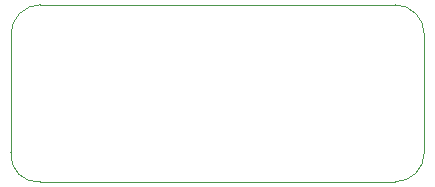
<source format=gbr>
%TF.GenerationSoftware,KiCad,Pcbnew,(6.0.5)*%
%TF.CreationDate,2022-05-16T17:27:05-05:00*%
%TF.ProjectId,dap42,64617034-322e-46b6-9963-61645f706362,rev?*%
%TF.SameCoordinates,Original*%
%TF.FileFunction,Profile,NP*%
%FSLAX46Y46*%
G04 Gerber Fmt 4.6, Leading zero omitted, Abs format (unit mm)*
G04 Created by KiCad (PCBNEW (6.0.5)) date 2022-05-16 17:27:05*
%MOMM*%
%LPD*%
G01*
G04 APERTURE LIST*
%TA.AperFunction,Profile*%
%ADD10C,0.100000*%
%TD*%
G04 APERTURE END LIST*
D10*
X185000000Y-90000000D02*
G75*
G03*
X182500000Y-87500000I-2500000J0D01*
G01*
X152500000Y-102500000D02*
X182500000Y-102500000D01*
X152500000Y-87500000D02*
X182500000Y-87500000D01*
X150000000Y-90000000D02*
X150000000Y-100000000D01*
X182500000Y-102500000D02*
G75*
G03*
X185000000Y-100000000I0J2500000D01*
G01*
X185000000Y-100000000D02*
X185000000Y-90000000D01*
X152500000Y-87500000D02*
G75*
G03*
X150000000Y-90000000I0J-2500000D01*
G01*
X150000000Y-100000000D02*
G75*
G03*
X152500000Y-102500000I2267700J-232300D01*
G01*
M02*

</source>
